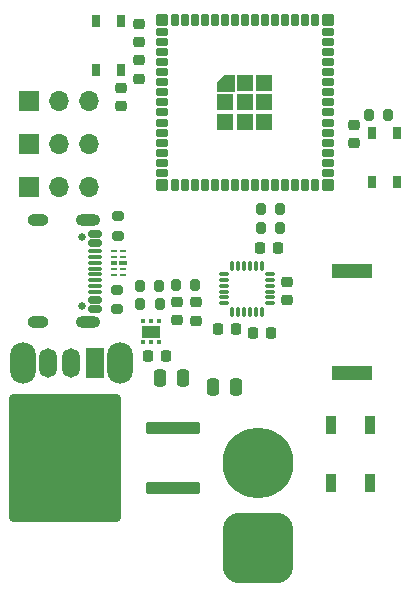
<source format=gbr>
%TF.GenerationSoftware,KiCad,Pcbnew,8.0.5*%
%TF.CreationDate,2024-10-08T22:01:26+02:00*%
%TF.ProjectId,ESP32_Controller,45535033-325f-4436-9f6e-74726f6c6c65,rev?*%
%TF.SameCoordinates,Original*%
%TF.FileFunction,Soldermask,Top*%
%TF.FilePolarity,Negative*%
%FSLAX46Y46*%
G04 Gerber Fmt 4.6, Leading zero omitted, Abs format (unit mm)*
G04 Created by KiCad (PCBNEW 8.0.5) date 2024-10-08 22:01:26*
%MOMM*%
%LPD*%
G01*
G04 APERTURE LIST*
G04 Aperture macros list*
%AMRoundRect*
0 Rectangle with rounded corners*
0 $1 Rounding radius*
0 $2 $3 $4 $5 $6 $7 $8 $9 X,Y pos of 4 corners*
0 Add a 4 corners polygon primitive as box body*
4,1,4,$2,$3,$4,$5,$6,$7,$8,$9,$2,$3,0*
0 Add four circle primitives for the rounded corners*
1,1,$1+$1,$2,$3*
1,1,$1+$1,$4,$5*
1,1,$1+$1,$6,$7*
1,1,$1+$1,$8,$9*
0 Add four rect primitives between the rounded corners*
20,1,$1+$1,$2,$3,$4,$5,0*
20,1,$1+$1,$4,$5,$6,$7,0*
20,1,$1+$1,$6,$7,$8,$9,0*
20,1,$1+$1,$8,$9,$2,$3,0*%
G04 Aperture macros list end*
%ADD10C,0.010000*%
%ADD11RoundRect,0.102000X-0.400000X-0.400000X0.400000X-0.400000X0.400000X0.400000X-0.400000X0.400000X0*%
%ADD12RoundRect,0.102000X-0.600000X-0.600000X0.600000X-0.600000X0.600000X0.600000X-0.600000X0.600000X0*%
%ADD13RoundRect,0.102000X-0.200000X-0.400000X0.200000X-0.400000X0.200000X0.400000X-0.200000X0.400000X0*%
%ADD14RoundRect,0.102000X-0.400000X-0.200000X0.400000X-0.200000X0.400000X0.200000X-0.400000X0.200000X0*%
%ADD15R,0.650000X1.050000*%
%ADD16RoundRect,0.250000X2.050000X0.300000X-2.050000X0.300000X-2.050000X-0.300000X2.050000X-0.300000X0*%
%ADD17RoundRect,0.250002X4.449998X5.149998X-4.449998X5.149998X-4.449998X-5.149998X4.449998X-5.149998X0*%
%ADD18R,0.625000X0.250000*%
%ADD19R,0.700000X0.450000*%
%ADD20R,0.575000X0.450000*%
%ADD21RoundRect,0.075000X-0.350000X-0.075000X0.350000X-0.075000X0.350000X0.075000X-0.350000X0.075000X0*%
%ADD22RoundRect,0.075000X0.075000X-0.350000X0.075000X0.350000X-0.075000X0.350000X-0.075000X-0.350000X0*%
%ADD23RoundRect,0.093750X-0.106250X0.093750X-0.106250X-0.093750X0.106250X-0.093750X0.106250X0.093750X0*%
%ADD24R,1.600000X1.000000*%
%ADD25O,2.200000X3.500000*%
%ADD26R,1.500000X2.500000*%
%ADD27O,1.500000X2.500000*%
%ADD28RoundRect,0.200000X0.200000X0.275000X-0.200000X0.275000X-0.200000X-0.275000X0.200000X-0.275000X0*%
%ADD29RoundRect,0.200000X-0.200000X-0.275000X0.200000X-0.275000X0.200000X0.275000X-0.200000X0.275000X0*%
%ADD30RoundRect,0.200000X-0.275000X0.200000X-0.275000X-0.200000X0.275000X-0.200000X0.275000X0.200000X0*%
%ADD31RoundRect,0.200000X0.275000X-0.200000X0.275000X0.200000X-0.275000X0.200000X-0.275000X-0.200000X0*%
%ADD32R,1.700000X1.700000*%
%ADD33O,1.700000X1.700000*%
%ADD34C,6.000000*%
%ADD35RoundRect,1.500000X1.500000X-1.500000X1.500000X1.500000X-1.500000X1.500000X-1.500000X-1.500000X0*%
%ADD36C,0.650000*%
%ADD37RoundRect,0.150000X-0.425000X0.150000X-0.425000X-0.150000X0.425000X-0.150000X0.425000X0.150000X0*%
%ADD38RoundRect,0.075000X-0.500000X0.075000X-0.500000X-0.075000X0.500000X-0.075000X0.500000X0.075000X0*%
%ADD39O,2.100000X1.000000*%
%ADD40O,1.800000X1.000000*%
%ADD41RoundRect,0.218750X0.256250X-0.218750X0.256250X0.218750X-0.256250X0.218750X-0.256250X-0.218750X0*%
%ADD42RoundRect,0.225000X-0.250000X0.225000X-0.250000X-0.225000X0.250000X-0.225000X0.250000X0.225000X0*%
%ADD43RoundRect,0.225000X0.250000X-0.225000X0.250000X0.225000X-0.250000X0.225000X-0.250000X-0.225000X0*%
%ADD44RoundRect,0.250000X-0.250000X-0.475000X0.250000X-0.475000X0.250000X0.475000X-0.250000X0.475000X0*%
%ADD45RoundRect,0.225000X-0.225000X-0.250000X0.225000X-0.250000X0.225000X0.250000X-0.225000X0.250000X0*%
%ADD46RoundRect,0.225000X0.225000X0.250000X-0.225000X0.250000X-0.225000X-0.250000X0.225000X-0.250000X0*%
%ADD47R,3.400000X1.300000*%
%ADD48R,0.900000X1.500000*%
G04 APERTURE END LIST*
D10*
%TO.C,U5*%
X95430000Y-72840000D02*
X94030000Y-72840000D01*
X94030000Y-72090000D01*
X94680000Y-71440000D01*
X95430000Y-71440000D01*
X95430000Y-72840000D01*
G36*
X95430000Y-72840000D02*
G01*
X94030000Y-72840000D01*
X94030000Y-72090000D01*
X94680000Y-71440000D01*
X95430000Y-71440000D01*
X95430000Y-72840000D01*
G37*
%TD*%
D11*
%TO.C,U5*%
X103380000Y-66790000D03*
X103380000Y-80790000D03*
X89380000Y-80790000D03*
X89380000Y-66790000D03*
D12*
X94730000Y-73790000D03*
X94730000Y-75440000D03*
X96380000Y-75440000D03*
X98030000Y-75440000D03*
X98030000Y-73790000D03*
X98030000Y-72140000D03*
X96380000Y-72140000D03*
X96380000Y-73790000D03*
D13*
X90430000Y-66790000D03*
X91280000Y-66790000D03*
X92130000Y-66790000D03*
X92980000Y-66790000D03*
X93830000Y-66790000D03*
X94680000Y-66790000D03*
X95530000Y-66790000D03*
X96380000Y-66790000D03*
X97230000Y-66790000D03*
X98080000Y-66790000D03*
X98930000Y-66790000D03*
X99780000Y-66790000D03*
X100630000Y-66790000D03*
X101480000Y-66790000D03*
X102330000Y-66790000D03*
D14*
X103380000Y-67840000D03*
X103380000Y-68690000D03*
X103380000Y-69540000D03*
X103380000Y-70390000D03*
X103380000Y-71240000D03*
X103380000Y-72090000D03*
X103380000Y-72940000D03*
X103380000Y-73790000D03*
X103380000Y-74640000D03*
X103380000Y-75490000D03*
X103380000Y-76340000D03*
X103380000Y-77190000D03*
X103380000Y-78040000D03*
X103380000Y-78890000D03*
X103380000Y-79740000D03*
D13*
X102330000Y-80790000D03*
X101480000Y-80790000D03*
X100630000Y-80790000D03*
X99780000Y-80790000D03*
X98930000Y-80790000D03*
X98080000Y-80790000D03*
X97230000Y-80790000D03*
X96380000Y-80790000D03*
X95530000Y-80790000D03*
X94680000Y-80790000D03*
X93830000Y-80790000D03*
X92980000Y-80790000D03*
X92130000Y-80790000D03*
X91280000Y-80790000D03*
X90430000Y-80790000D03*
D14*
X89380000Y-79740000D03*
X89380000Y-78890000D03*
X89380000Y-78040000D03*
X89380000Y-77190000D03*
X89380000Y-76340000D03*
X89380000Y-75490000D03*
X89380000Y-74640000D03*
X89380000Y-73790000D03*
X89380000Y-72940000D03*
X89380000Y-72090000D03*
X89380000Y-71240000D03*
X89380000Y-70390000D03*
X89380000Y-69540000D03*
X89380000Y-68690000D03*
X89380000Y-67840000D03*
%TD*%
D15*
%TO.C,RESET1*%
X109285000Y-76395000D03*
X109285000Y-80545000D03*
X107135000Y-76395000D03*
X107135000Y-80545000D03*
%TD*%
%TO.C,BOOT1*%
X83755000Y-71065000D03*
X83755000Y-66915000D03*
X85905000Y-71065000D03*
X85905000Y-66915000D03*
%TD*%
D16*
%TO.C,U4*%
X90330000Y-101350000D03*
D17*
X81180000Y-103890000D03*
D16*
X90330000Y-106430000D03*
%TD*%
D18*
%TO.C,U3*%
X86080000Y-88390000D03*
X86079999Y-87890000D03*
D19*
X86042499Y-87390000D03*
D18*
X86079999Y-86890000D03*
X86080000Y-86390000D03*
X85305000Y-86390000D03*
X85305001Y-86890000D03*
D20*
X85279999Y-87390000D03*
D18*
X85305001Y-87890000D03*
X85305000Y-88390000D03*
%TD*%
D21*
%TO.C,U2*%
X94600000Y-88300000D03*
X94600000Y-88800000D03*
X94600000Y-89300000D03*
X94600000Y-89800000D03*
X94600000Y-90300000D03*
X94600000Y-90800000D03*
D22*
X95300000Y-91500000D03*
X95800000Y-91500000D03*
X96300000Y-91500000D03*
X96800000Y-91500000D03*
X97300000Y-91500000D03*
X97800000Y-91500000D03*
D21*
X98500000Y-90800000D03*
X98500000Y-90300000D03*
X98500000Y-89800000D03*
X98500000Y-89300000D03*
X98500000Y-88800000D03*
X98500000Y-88300000D03*
D22*
X97800000Y-87600000D03*
X97300000Y-87600000D03*
X96800000Y-87600000D03*
X96300000Y-87600000D03*
X95800000Y-87600000D03*
X95300000Y-87600000D03*
%TD*%
D23*
%TO.C,U1*%
X89100000Y-92320000D03*
X88450000Y-92320000D03*
X87800000Y-92320000D03*
X87800000Y-94095000D03*
X88450000Y-94095000D03*
X89100000Y-94095000D03*
D24*
X88450000Y-93207500D03*
%TD*%
D25*
%TO.C,SW1*%
X85800000Y-95822500D03*
X77600000Y-95822500D03*
D26*
X83700000Y-95822500D03*
D27*
X81700000Y-95822500D03*
X79700000Y-95822500D03*
%TD*%
D28*
%TO.C,R8*%
X99385000Y-84390000D03*
X97735000Y-84390000D03*
%TD*%
%TO.C,R7*%
X99385000Y-82820000D03*
X97735000Y-82820000D03*
%TD*%
%TO.C,R6*%
X108525000Y-74870000D03*
X106875000Y-74870000D03*
%TD*%
D29*
%TO.C,R5*%
X92175000Y-89207500D03*
X90525000Y-89207500D03*
%TD*%
D30*
%TO.C,R4*%
X85530000Y-89665000D03*
X85530000Y-91315000D03*
%TD*%
D29*
%TO.C,R3*%
X89125000Y-89357500D03*
X87475000Y-89357500D03*
%TD*%
D28*
%TO.C,R2*%
X87525000Y-90895000D03*
X89175000Y-90895000D03*
%TD*%
D31*
%TO.C,R1*%
X85680000Y-85090000D03*
X85680000Y-83440000D03*
%TD*%
D32*
%TO.C,J5*%
X78120000Y-80970000D03*
D33*
X80660000Y-80970000D03*
X83199999Y-80970000D03*
%TD*%
D32*
%TO.C,J4*%
X78119999Y-77330001D03*
D33*
X80659999Y-77330001D03*
X83199998Y-77330001D03*
%TD*%
%TO.C,J3*%
X83190000Y-73690000D03*
X80650001Y-73690000D03*
D32*
X78110001Y-73690000D03*
%TD*%
D34*
%TO.C,J2*%
X97530000Y-104340000D03*
D35*
X97530000Y-111540000D03*
%TD*%
D36*
%TO.C,J1*%
X82580000Y-85210000D03*
X82580000Y-90990000D03*
D37*
X83655000Y-84900000D03*
X83655000Y-85700000D03*
D38*
X83655000Y-86850000D03*
X83655000Y-87850000D03*
X83655000Y-88350000D03*
X83655000Y-89350000D03*
D37*
X83655000Y-90500000D03*
X83655000Y-91300000D03*
X83655000Y-91300000D03*
X83655000Y-90500000D03*
D38*
X83655000Y-89850000D03*
X83655000Y-88850000D03*
X83655000Y-87350000D03*
X83655000Y-86350000D03*
D37*
X83655000Y-85700000D03*
X83655000Y-84900000D03*
D39*
X83080000Y-83780000D03*
D40*
X78900000Y-83780000D03*
D39*
X83080000Y-92420000D03*
D40*
X78900000Y-92420000D03*
%TD*%
D41*
%TO.C,D1*%
X92250000Y-90719999D03*
X92250000Y-92295001D03*
%TD*%
D42*
%TO.C,C12*%
X87430000Y-70215000D03*
X87430000Y-71765000D03*
%TD*%
D43*
%TO.C,C11*%
X87430000Y-68665000D03*
X87430000Y-67115000D03*
%TD*%
D42*
%TO.C,C10*%
X105610000Y-75695000D03*
X105610000Y-77245000D03*
%TD*%
%TO.C,C9*%
X85920000Y-72565000D03*
X85920000Y-74115000D03*
%TD*%
D44*
%TO.C,C8*%
X91129999Y-97090000D03*
X89230001Y-97090000D03*
%TD*%
%TO.C,C7*%
X95609999Y-97840000D03*
X93710001Y-97840000D03*
%TD*%
D45*
%TO.C,C6*%
X97625000Y-86150000D03*
X99175000Y-86150000D03*
%TD*%
%TO.C,C5*%
X98625000Y-93320000D03*
X97075000Y-93320000D03*
%TD*%
D43*
%TO.C,C4*%
X90600000Y-90670000D03*
X90600000Y-92220000D03*
%TD*%
D46*
%TO.C,C3*%
X94075000Y-92950000D03*
X95625000Y-92950000D03*
%TD*%
D42*
%TO.C,C2*%
X99950000Y-88975000D03*
X99950000Y-90525000D03*
%TD*%
D45*
%TO.C,C1*%
X88155000Y-95290000D03*
X89705000Y-95290000D03*
%TD*%
D47*
%TO.C,BZ1*%
X105460000Y-96719999D03*
X105460000Y-88020001D03*
%TD*%
D48*
%TO.C,D2*%
X103680000Y-105970000D03*
X106980000Y-105970000D03*
X106980000Y-101070000D03*
X103680000Y-101070000D03*
%TD*%
M02*

</source>
